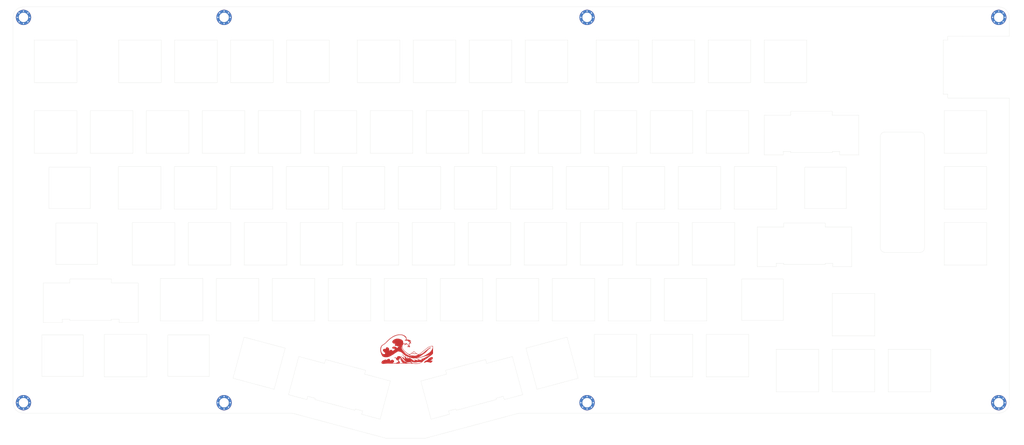
<source format=kicad_pcb>
(kicad_pcb (version 20211014) (generator pcbnew)
  (layers (0 "F.Cu" signal) (31 "B.Cu" signal) (34 "B.Paste" user) (35 "F.Paste" user) (36 "B.SilkS" user "B.Silkscreen") (37 "F.SilkS" user "F.Silkscreen") (38 "B.Mask" user) (39 "F.Mask" user) (44 "Edge.Cuts" user))
  (net 0 "")
  (net 1 "GND")
  (footprint "keyboard:MountingHole_3.2mm_M2_Pad_Via" (layer "F.Cu") (at 379.43 57.14)
    (fp_text reference "MountBaseMiddleTop7" hide)
    (fp_text value "MountingHole")
  )
  (footprint "keyboard:MountingHole_3.2mm_M2_Pad_Via" (layer "F.Cu") (at 115.831016 188.4)
    (fp_text reference "MountBaseMiddleTop4" hide)
    (fp_text value "MountingHole")
  )
  (footprint "keyboard:MountingHole_3.2mm_M2_Pad_Via" (layer "F.Cu") (at 47.57 188.4)
    (fp_text reference "MountBaseMiddleTop2" hide)
    (fp_text value "MountingHole")
  )
  (footprint "keyboard:MountingHole_3.2mm_M2_Pad_Via" (layer "F.Cu") (at 239.343984 188.4)
    (fp_text reference "MountBaseMiddleTop6" hide)
    (fp_text value "MountingHole")
  )
  (footprint "keyboard:Wave_mask" (layer "F.Cu") (at 177.9 170.92)
    (fp_text reference "LogoTopMiddleFront" hide)
    (fp_text value "LOGO" hide)
  )
  (footprint "keyboard:MountingHole_3.2mm_M2_Pad_Via" (layer "F.Cu") (at 47.57 57.14)
    (fp_text reference "MountBaseMiddleTop1" hide)
    (fp_text value "MountingHole")
  )
  (footprint "keyboard:MountingHole_3.2mm_M2_Pad_Via" (layer "F.Cu") (at 115.831016 57.14)
    (fp_text reference "MountBaseMiddleTop3" hide)
    (fp_text value "MountingHole")
  )
  (footprint "keyboard:MountingHole_3.2mm_M2_Pad_Via" (layer "F.Cu") (at 239.343984 57.14)
    (fp_text reference "MountBaseMiddleTop5" hide)
    (fp_text value "MountingHole")
  )
  (footprint "keyboard:MountingHole_3.2mm_M2_Pad_Via" (layer "F.Cu") (at 379.43 188.4)
    (fp_text reference "MountBaseMiddleTop8" hide)
    (fp_text value "MountingHole")
  )
  (gr_line (start 279.875 88.945) (end 294.375 88.945) (layer "Edge.Cuts") (width 0.05))
  (gr_circle (center 115.831016 188.4) (end 116.931016 188.4) (layer "Edge.Cuts") (width 0.05) (fill none))
  (gr_line (start 180.225 79.345) (end 180.225 64.845) (layer "Edge.Cuts") (width 0.05))
  (gr_line (start 161.175 64.845) (end 175.675 64.845) (layer "Edge.Cuts") (width 0.05))
  (gr_line (start 146.525 103.445) (end 146.525 88.945) (layer "Edge.Cuts") (width 0.05))
  (gr_line (start 251.5125 127.045) (end 251.5125 141.545) (layer "Edge.Cuts") (width 0.05))
  (gr_line (start 275.325 103.445) (end 260.825 103.445) (layer "Edge.Cuts") (width 0.05))
  (gr_line (start 360.8375 127.045) (end 375.3375 127.045) (layer "Edge.Cuts") (width 0.05))
  (gr_line (start 306.0825 160.4) (end 291.9825 160.4) (layer "Edge.Cuts") (width 0.05))
  (gr_line (start 270.35 107.995) (end 284.85 107.995) (layer "Edge.Cuts") (width 0.05))
  (gr_line (start 213.775 79.345) (end 199.275 79.345) (layer "Edge.Cuts") (width 0.05))
  (gr_line (start 89.5875 165.145) (end 89.5875 179.645) (layer "Edge.Cuts") (width 0.05))
  (gr_line (start 232.825 79.345) (end 218.325 79.345) (layer "Edge.Cuts") (width 0.05))
  (gr_line (start 260.825 88.945) (end 275.325 88.945) (layer "Edge.Cuts") (width 0.05))
  (gr_line (start 340.65625 96.195) (end 352.65625 96.195) (layer "Edge.Cuts") (width 0.05))
  (gr_line (start 179.8625 127.045) (end 194.3625 127.045) (layer "Edge.Cuts") (width 0.05))
  (gr_line (start 118.025 64.845) (end 132.525 64.845) (layer "Edge.Cuts") (width 0.05))
  (gr_line (start 322.75 102.799) (end 322.75 103.25) (layer "Edge.Cuts") (width 0.05))
  (gr_line (start 191.192298 177.358696) (end 204.811852 173.709347) (layer "Edge.Cuts") (width 0.05))
  (gr_line (start 127.6875 160.595) (end 113.1875 160.595) (layer "Edge.Cuts") (width 0.05))
  (gr_line (start 213.2 122.495) (end 213.2 107.995) (layer "Edge.Cuts") (width 0.05))
  (gr_line (start 308.65 102.799) (end 308.65 103.25) (layer "Edge.Cuts") (width 0.05))
  (gr_line (start 136.627614 169.81669) (end 132.874738 183.822614) (layer "Edge.Cuts") (width 0.05))
  (gr_line (start 383 57.14) (end 383 63.595) (layer "Edge.Cuts") (width 0.05))
  (gr_line (start 246.75 107.995) (end 246.75 122.495) (layer "Edge.Cuts") (width 0.05))
  (gr_line (start 151.575 64.845) (end 151.575 79.345) (layer "Edge.Cuts") (width 0.05))
  (gr_line (start 137.075 79.345) (end 137.075 64.845) (layer "Edge.Cuts") (width 0.05))
  (gr_line (start 156.2625 127.045) (end 156.2625 141.545) (layer "Edge.Cuts") (width 0.05))
  (gr_line (start 194.724919 190.542617) (end 194.841647 190.97825) (layer "Edge.Cuts") (width 0.05))
  (gr_line (start 137.2125 127.045) (end 137.2125 141.545) (layer "Edge.Cuts") (width 0.05))
  (gr_line (start 122.925 88.945) (end 122.925 103.445) (layer "Edge.Cuts") (width 0.05))
  (gr_line (start 103.875 88.945) (end 103.875 103.445) (layer "Edge.Cuts") (width 0.05))
  (gr_line (start 299.575 79.345) (end 299.575 64.845) (layer "Edge.Cuts") (width 0.05))
  (gr_line (start 84.6125 127.045) (end 99.1125 127.045) (layer "Edge.Cuts") (width 0.05))
  (gr_line (start 170.55 107.995) (end 170.55 122.495) (layer "Edge.Cuts") (width 0.05))
  (gr_line (start 308.65 102.799) (end 306.048 102.799) (layer "Edge.Cuts") (width 0.05))
  (gr_line (start 275.1125 127.045) (end 289.6125 127.045) (layer "Edge.Cuts") (width 0.05))
  (gr_line (start 51.275 64.845) (end 65.775 64.845) (layer "Edge.Cuts") (width 0.05))
  (gr_line (start 303.66675 140.899) (end 303.66675 142.0674) (layer "Edge.Cuts") (width 0.05))
  (gr_line (start 218.175 103.445) (end 203.675 103.445) (layer "Edge.Cuts") (width 0.05))
  (gr_line (start 270.5625 141.545) (end 256.0625 141.545) (layer "Edge.Cuts") (width 0.05))
  (gr_line (start 375.3375 103.445) (end 360.8375 103.445) (layer "Edge.Cuts") (width 0.05))
  (gr_line (start 325.352 103.9674) (end 331.83 103.9674) (layer "Edge.Cuts") (width 0.05))
  (gr_line (start 356.2875 184.695) (end 341.7875 184.695) (layer "Edge.Cuts") (width 0.05))
  (gr_line (start 261.475 79.345) (end 261.475 64.845) (layer "Edge.Cuts") (width 0.05))
  (gr_line (start 172.401539 181.017729) (end 163.631899 178.667911) (layer "Edge.Cuts") (width 0.05))
  (gr_line (start 203.8875 146.095) (end 203.8875 160.595) (layer "Edge.Cuts") (width 0.05))
  (gr_line (start 198.9125 141.545) (end 198.9125 127.045) (layer "Edge.Cuts") (width 0.05))
  (gr_line (start 170.3375 146.095) (end 184.8375 146.095) (layer "Edge.Cuts") (width 0.05))
  (gr_line (start 337.2375 151.145) (end 337.2375 165.645) (layer "Edge.Cuts") (width 0.05))
  (gr_line (start 241.9875 160.595) (end 227.4875 160.595) (layer "Edge.Cuts") (width 0.05))
  (gr_line (start 237.0125 127.045) (end 251.5125 127.045) (layer "Edge.Cuts") (width 0.05))
  (gr_line (start 150.363148 173.709347) (end 163.982702 177.358695) (layer "Edge.Cuts") (width 0.05))
  (gr_line (start 246.5375 146.095) (end 261.0375 146.095) (layer "Edge.Cuts") (width 0.05))
  (gr_line (start 65.775 64.845) (end 65.775 79.345) (layer "Edge.Cuts") (width 0.05))
  (gr_circle (center 379.43 188.4) (end 380.53 188.4) (layer "Edge.Cuts") (width 0.05) (fill none))
  (gr_line (start 360.8375 88.945) (end 375.3375 88.945) (layer "Edge.Cuts") (width 0.05))
  (gr_line (start 175.3125 141.545) (end 160.8125 141.545) (layer "Edge.Cuts") (width 0.05))
  (gr_line (start 108.6375 146.095) (end 108.6375 160.595) (layer "Edge.Cuts") (width 0.05))
  (gr_line (start 208.344473 186.893269) (end 208.461201 187.328901) (layer "Edge.Cuts") (width 0.05))
  (gr_line (start 251.3 122.495) (end 251.3 107.995) (layer "Edge.Cuts") (width 0.05))
  (gr_line (start 297.18975 128.6054) (end 306.2675 128.6054) (layer "Edge.Cuts") (width 0.05))
  (gr_line (start 306.2675 140.899) (end 303.66675 140.899) (layer "Edge.Cuts") (width 0.05))
  (gr_line (start 199.275 79.345) (end 199.275 64.845) (layer "Edge.Cuts") (width 0.05))
  (gr_line (start 189.6 107.995) (end 189.6 122.495) (layer "Edge.Cuts") (width 0.05))
  (gr_line (start 232.25 107.995) (end 246.75 107.995) (layer "Edge.Cuts") (width 0.05))
  (gr_line (start 232.4625 141.545) (end 217.9625 141.545) (layer "Edge.Cuts") (width 0.05))
  (gr_line (start 163.982702 177.358695) (end 163.631899 178.667911) (layer "Edge.Cuts") (width 0.05))
  (gr_line (start 337.2375 165.645) (end 322.7375 165.645) (layer "Edge.Cuts") (width 0.05))
  (gr_line (start 108.6375 160.595) (end 94.1375 160.595) (layer "Edge.Cuts") (width 0.05))
  (gr_line (start 246.5375 160.595) (end 246.5375 146.095) (layer "Edge.Cuts") (width 0.05))
  (gr_circle (center 239.343984 188.4) (end 240.443984 188.4) (layer "Edge.Cuts") (width 0.05) (fill none))
  (gr_line (start 306.2675 127.25) (end 306.2675 128.6054) (layer "Edge.Cuts") (width 0.05))
  (gr_line (start 170.3375 160.595) (end 170.3375 146.095) (layer "Edge.Cuts") (width 0.05))
  (gr_line (start 77.48 160.4) (end 63.38 160.4) (layer "Edge.Cuts") (width 0.05))
  (gr_line (start 118.1625 141.545) (end 103.6625 141.545) (layer "Edge.Cuts") (width 0.05))
  (gr_line (start 165.575 103.445) (end 165.575 88.945) (layer "Edge.Cuts") (width 0.05))
  (gr_arc (start 379.43 53.57) (mid 381.954371 54.615629) (end 383 57.14) (layer "Edge.Cuts") (width 0.05))
  (gr_line (start 314.075 64.845) (end 314.075 79.345) (layer "Edge.Cuts") (width 0.05))
  (gr_line (start 367 63.595) (end 379 63.595) (layer "Edge.Cuts") (width 0.05))
  (gr_line (start 132.525 64.845) (end 132.525 79.345) (layer "Edge.Cuts") (width 0.05))
  (gr_line (start 280.525 64.845) (end 295.025 64.845) (layer "Edge.Cuts") (width 0.05))
  (gr_line (start 275.325 88.945) (end 275.325 103.445) (layer "Edge.Cuts") (width 0.05))
  (gr_line (start 103.6625 141.545) (end 103.6625 127.045) (layer "Edge.Cuts") (width 0.05))
  (gr_line (start 84.825 103.445) (end 70.325 103.445) (layer "Edge.Cuts") (width 0.05))
  (gr_line (start 279.875 103.445) (end 279.875 88.945) (layer "Edge.Cuts") (width 0.05))
  (gr_line (start 320.3675 141.35) (end 306.2675 141.35) (layer "Edge.Cuts") (width 0.05))
  (gr_line (start 284.85 122.495) (end 270.35 122.495) (layer "Edge.Cuts") (width 0.05))
  (gr_line (start 194.725 64.845) (end 194.725 79.345) (layer "Edge.Cuts") (width 0.05))
  (gr_line (start 375.3375 122.495) (end 360.8375 122.495) (layer "Edge.Cuts") (width 0.05))
  (gr_line (start 251.5125 141.545) (end 237.0125 141.545) (layer "Edge.Cuts") (width 0.05))
  (gr_line (start 289.6125 141.545) (end 275.1125 141.545) (layer "Edge.Cuts") (width 0.05))
  (gr_line (start 294.375 103.445) (end 279.875 103.445) (layer "Edge.Cuts") (width 0.05))
  (gr_line (start 144.317188 186.219821) (end 144.014783 187.348409) (layer "Edge.Cuts") (width 0.05))
  (gr_line (start 77.48 159.949) (end 80.08325 159.949) (layer "Edge.Cuts") (width 0.05))
  (gr_line (start 146.830527 186.893268) (end 144.317188 186.219821) (layer "Edge.Cuts") (width 0.05))
  (gr_line (start 122.925 103.445) (end 108.425 103.445) (layer "Edge.Cuts") (width 0.05))
  (gr_circle (center 239.343984 57.14) (end 240.943984 57.14) (layer "Edge.Cuts") (width 0.05) (fill none))
  (gr_line (start 194.3625 127.045) (end 194.3625 141.545) (layer "Edge.Cuts") (width 0.05))
  (gr_circle (center 47.57 57.14) (end 48.67 57.14) (layer "Edge.Cuts") (width 0.05) (fill none))
  (gr_line (start 322.7375 165.645) (end 322.7375 151.145) (layer "Edge.Cuts") (width 0.05))
  (gr_line (start 58.62 127.25) (end 72.72 127.25) (layer "Edge.Cuts") (width 0.05))
  (gr_line (start 146.7375 146.095) (end 146.7375 160.595) (layer "Edge.Cuts") (width 0.05))
  (gr_line (start 184.8375 160.595) (end 170.3375 160.595) (layer "Edge.Cuts") (width 0.05))
  (gr_line (start 137.075 64.845) (end 151.575 64.845) (layer "Edge.Cuts") (width 0.05))
  (gr_line (start 280.0875 146.095) (end 280.0875 160.595) (layer "Edge.Cuts") (width 0.05))
  (gr_line (start 360.513 77.845) (end 360.513 70.345) (layer "Edge.Cuts") (width 0.05))
  (gr_line (start 103.6625 127.045) (end 118.1625 127.045) (layer "Edge.Cuts") (width 0.05))
  (gr_line (start 53.86 165.35) (end 67.96 165.35) (layer "Edge.Cuts") (width 0.05))
  (gr_line (start 122.7125 127.045) (end 137.2125 127.045) (layer "Edge.Cuts") (width 0.05))
  (gr_line (start 161.175 79.345) (end 161.175 64.845) (layer "Edge.Cuts") (width 0.05))
  (gr_line (start 379 84.595) (end 383 84.595) (layer "Edge.Cuts") (width 0.05))
  (gr_line (start 65.775 79.345) (end 51.275 79.345) (layer "Edge.Cuts") (width 0.05))
  (gr_line (start 141.975 103.445) (end 127.475 103.445) (layer "Edge.Cuts") (width 0.05))
  (gr_line (start 280.525 79.345) (end 280.525 64.845) (layer "Edge.Cuts") (width 0.05))
  (gr_line (start 203.675 88.945) (end 218.175 88.945) (layer "Edge.Cuts") (width 0.05))
  (gr_line (start 306.048 103.9674) (end 299.57 103.9674) (layer "Edge.Cuts") (width 0.05))
  (gr_line (start 203.675 103.445) (end 203.675 88.945) (layer "Edge.Cuts") (width 0.05))
  (gr_line (start 261.475 64.845) (end 275.975 64.845) (layer "Edge.Cuts") (width 0.05))
  (gr_line (start 270.5625 127.045) (end 270.5625 141.545) (layer "Edge.Cuts") (width 0.05))
  (gr_line (start 63.38 146.3) (end 77.48 146.3) (layer "Edge.Cuts") (width 0.05))
  (gr_line (start 156.2625 141.545) (end 141.7625 141.545) (layer "Edge.Cuts") (width 0.05))
  (gr_line (start 160.8125 127.045) (end 175.3125 127.045) (layer "Edge.Cuts") (width 0.05))
  (gr_line (start 151.5 107.995) (end 151.5 122.495) (layer "Edge.Cuts") (width 0.05))
  (gr_circle (center 115.831016 57.14) (end 117.431016 57.14) (layer "Edge.Cuts") (width 0.05) (fill none))
  (gr_line (start 375.3375 127.045) (end 375.3375 141.545) (layer "Edge.Cuts") (width 0.05))
  (gr_line (start 175.675 79.345) (end 161.175 79.345) (layer "Edge.Cuts") (width 0.05))
  (gr_line (start 337.2375 184.695) (end 322.7375 184.695) (layer "Edge.Cuts") (width 0.05))
  (gr_line (start 141.7625 127.045) (end 156.2625 127.045) (layer "Edge.Cuts") (width 0.05))
  (gr_line (start 227.7 122.495) (end 213.2 122.495) (layer "Edge.Cuts") (width 0.05))
  (gr_line (start 299.57 103.9674) (end 299.571 90.5054) (layer "Edge.Cuts") (width 0.05))
  (gr_line (start 236.306186 180.069738) (end 222.300262 183.822614) (layer "Edge.Cuts") (width 0.05))
  (gr_line (start 379 63.595) (end 383 63.595) (layer "Edge.Cuts") (width 0.05))
  (gr_line (start 72.72 141.35) (end 58.62 141.35) (layer "Edge.Cuts") (width 0.05))
  (gr_line (start 222.9375 160.595) (end 208.4375 160.595) (layer "Edge.Cuts") (width 0.05))
  (gr_line (start 294.375 179.645) (end 279.875 179.645) (layer "Edge.Cuts") (width 0.05))
  (gr_line (start 175.1 107.995) (end 189.6 107.995) (layer "Edge.Cuts") (width 0.05))
  (gr_line (start 113.4 122.495) (end 98.9 122.495) (layer "Edge.Cuts") (width 0.05))
  (gr_line (start 375.3375 88.945) (end 375.3375 103.445) (layer "Edge.Cuts") (width 0.05))
  (gr_line (start 297.18875 142.0674) (end 297.18975 128.6054) (layer "Edge.Cuts") (width 0.05))
  (gr_line (start 144.014783 187.348409) (end 137.757516 185.671779) (layer "Edge.Cuts") (width 0.05))
  (gr_line (start 256.275 103.445) (end 241.775 103.445) (layer "Edge.Cuts") (width 0.05))
  (gr_line (start 58.62 141.35) (end 58.62 127.25) (layer "Edge.Cuts") (width 0.05))
  (gr_line (start 203.8875 160.595) (end 189.3875 160.595) (layer "Edge.Cuts") (width 0.05))
  (gr_line (start 208.461201 187.328901) (end 194.841647 190.97825) (layer "Edge.Cuts") (width 0.05))
  (gr_line (start 232.25 122.495) (end 232.25 107.995) (layer "Edge.Cuts") (width 0.05))
  (gr_line (start 108.425 103.445) (end 108.425 88.945) (layer "Edge.Cuts") (width 0.05))
  (gr_line (start 265.5875 160.595) (end 265.5875 146.095) (layer "Edge.Cuts") (width 0.05))
  (gr_line (start 222.725 103.445) (end 222.725 88.945) (layer "Edge.Cuts") (width 0.05))
  (gr_line (start 295.025 64.845) (end 295.025 79.345) (layer "Edge.Cuts") (width 0.05))
  (gr_line (start 211.160217 187.348409) (end 217.417484 185.671779) (layer "Edge.Cuts") (width 0.05))
  (gr_line (start 137.757516 185.671779) (end 141.242704 172.668744) (layer "Edge.Cuts") (width 0.05))
  (gr_line (start 322.75 103.25) (end 308.65 103.25) (layer "Edge.Cuts") (width 0.05))
  (gr_line (start 291.9825 160.4) (end 291.9825 146.3) (layer "Edge.Cuts") (width 0.05))
  (gr_line (start 360.513 77.845) (end 360.513 83.345) (layer "Edge.Cuts") (width 0.05))
  (gr_line (start 141.242704 172.668744) (end 150.012344 175.018562) (layer "Edge.Cuts") (width 0.05))
  (gr_line (start 63.38 159.949) (end 60.77925 159.949) (layer "Edge.Cuts") (width 0.05))
  (gr_line (start 51.275 88.945) (end 65.775 88.945) (layer "Edge.Cuts") (width 0.05))
  (gr_line (start 160.450081 190.542617) (end 162.96342 191.216064) (layer "Edge.Cuts") (width 0.05))
  (gr_line (start 113.475 64.845) (end 113.475 79.345) (layer "Edge.Cuts") (width 0.05))
  (gr_line (start 318.1875 184.695) (end 303.6875 184.695) (layer "Edge.Cuts") (width 0.05))
  (gr_arc (start 352.656251 96.194999) (mid 353.716928 96.634337) (end 354.156252 97.695) (layer "Edge.Cuts") (width 0.05))
  (gr_line (start 191.192298 177.358696) (end 191.543101 178.667911) (layer "Edge.Cuts") (width 0.05))
  (gr_line (start 261.0375 160.595) (end 246.5375 160.595) (layer "Edge.Cuts") (width 0.05))
  (gr_line (start 260.825 103.445) (end 260.825 88.945) (layer "Edge.Cuts") (width 0.05))
  (gr_line (start 60.77925 161.1174) (end 54.30125 161.1174) (layer "Edge.Cuts") (width 0.05))
  (gr_circle (center 379.43 188.4) (end 381.03 188.4) (layer "Edge.Cuts") (width 0.05) (fill none))
  (gr_line (start 113.475 79.345) (end 98.975 79.345) (layer "Edge.Cuts") (width 0.05))
  (gr_arc (start 354.15625 135.695) (mid 353.716893 136.755627) (end 352.656251 137.194999) (layer "Edge.Cuts") (width 0.05))
  (gr_line (start 213.4125 141.545) (end 198.9125 141.545) (layer "Edge.Cuts") (width 0.05))
  (gr_line (start 303.9 107.995) (end 303.9 122.495) (layer "Edge.Cuts") (width 0.05))
  (gr_line (start 241.775 103.445) (end 241.775 88.945) (layer "Edge.Cuts") (width 0.05))
  (gr_line (start 117.95 122.495) (end 117.95 107.995) (layer "Edge.Cuts") (width 0.05))
  (gr_line (start 170.55 122.495) (end 156.05 122.495) (layer "Edge.Cuts") (width 0.05))
  (gr_line (start 122.62169 166.063814) (end 136.627614 169.81669) (layer "Edge.Cuts") (width 0.05))
  (gr_line (start 314.075 79.345) (end 299.575 79.345) (layer "Edge.Cuts") (width 0.05))
  (gr_circle (center 47.57 188.4) (end 48.67 188.4) (layer "Edge.Cuts") (width 0.05) (fill none))
  (gr_line (start 360.8375 107.995) (end 375.3375 107.995) (layer "Edge.Cuts") (width 0.05))
  (gr_line (start 299.571 90.5054) (end 308.65 90.5054) (layer "Edge.Cuts") (width 0.05))
  (gr_line (start 383 84.595) (end 383 188.4) (layer "Edge.Cuts") (width 0.05))
  (gr_line (start 208.4375 160.595) (end 208.4375 146.095) (layer "Edge.Cuts") (width 0.05))
  (gr_line (start 256.925 79.345) (end 242.425 79.345) (layer "Edge.Cuts") (width 0.05))
  (gr_line (start 99.1125 127.045) (end 99.1125 141.545) (layer "Edge.Cuts") (width 0.05))
  (gr_line (start 222.300262 183.822614) (end 218.547386 169.81669) (layer "Edge.Cuts") (width 0.05))
  (gr_line (start 360.8375 141.545) (end 360.8375 127.045) (layer "Edge.Cuts") (width 0.05))
  (gr_line (start 96.7225 179.45) (end 96.7225 165.35) (layer "Edge.Cuts") (width 0.05))
  (gr_line (start 108.425 88.945) (end 122.925 88.945) (layer "Edge.Cuts") (width 0.05))
  (gr_line (start 53.86 179.45) (end 53.86 165.35) (layer "Edge.Cuts") (width 0.05))
  (gr_line (start 84.6125 141.545) (end 84.6125 127.045) (layer "Edge.Cuts") (width 0.05))
  (gr_line (start 63.38 146.3) (end 63.38 147.6554) (layer "Edge.Cuts") (width 0.05))
  (gr_line (start 329.44875 142.0674) (end 329.44775 128.6054) (layer "Edge.Cuts") (width 0.05))
  (gr_line (start 175.675 64.845) (end 175.675 79.345) (layer "Edge.Cuts") (width 0.05))
  (gr_line (start 279.875 179.645) (end 279.875 165.145) (layer "Edge.Cuts") (width 0.05))
  (gr_line (start 303.6875 170.195) (end 318.1875 170.195) (layer "Edge.Cuts") (width 0.05))
  (gr_line (start 156.05 122.495) (end 156.05 107.995) (layer "Edge.Cuts") (width 0.05))
  (gr_line (start 194.15 122.495) (end 194.15 107.995) (layer "Edge.Cuts") (width 0.05))
  (gr_line (start 237.225 88.945) (end 237.225 103.445) (layer "Edge.Cuts") (width 0.05))
  (gr_line (start 289.4 107.995) (end 303.9 107.995) (layer "Edge.Cuts") (width 0.05))
  (gr_line (start 192.21158 191.216064) (end 192.513984 192.344652) (layer "Edge.Cuts") (width 0.05))
  (gr_line (start 56.24 122.3) (end 56.24 108.2) (layer "Edge.Cuts") (width 0.05))
  (gr_line (start 256.275 179.645) (end 241.775 179.645) (layer "Edge.Cuts") (width 0.05))
  (gr_line (start 242.425 79.345) (end 242.425 64.845) (layer "Edge.Cuts") (width 0.05))
  (gr_line (start 367 84.595) (end 362.113 84.595) (layer "Edge.Cuts") (width 0.05))
  (gr_line (start 216.138543 191.97) (end 379.43 191.97) (layer "Edge.Cuts") (width 0.05))
  (gr_line (start 320.3675 127.25) (end 320.3675 128.6054) (layer "Edge.Cuts") (width 0.05))
  (gr_line (start 127.475 88.945) (end 141.975 88.945) (layer "Edge.Cuts") (width 0.05))
  (gr_line (start 303.66675 142.0674) (end 297.18875 142.0674) (layer "Edge.Cuts") (width 0.05))
  (gr_line (start 367 84.595) (end 379 84.595) (layer "Edge.Cuts") (width 0.05))
  (gr_line (start 170.75857 200.469915) (end 184.41643 200.469915) (layer "Edge.Cuts") (width 0.05))
  (gr_line (start 322.7375 184.695) (end 322.7375 170.195) (layer "Edge.Cuts") (width 0.05))
  (gr_line (start 352.65625 137.195) (end 340.65625 137.195) (layer "Edge.Cuts") (width 0.05))
  (gr_line (start 79.85 107.995) (end 94.35 107.995) (layer "Edge.Cuts") (width 0.05))
  (gr_circle (center 47.57 188.4) (end 49.17 188.4) (layer "Edge.Cuts") (width 0.05) (fill none))
  (gr_line (start 331.829 90.5054) (end 322.75 90.5054) (layer "Edge.Cuts") (width 0.05))
  (gr_line (start 337.2375 170.195) (end 337.2375 184.695) (layer "Edge.Cuts") (width 0.05))
  (gr_line (start 275.975 79.345) (end 261.475 79.345) (layer "Edge.Cuts") (width 0.05))
  (gr_line (start 213.2 107.995) (end 227.7 107.995) (layer "Edge.Cuts") (width 0.05))
  (gr_line (start 299.575 64.845) (end 314.075 64.845) (layer "Edge.Cuts") (width 0.05))
  (gr_line (start 241.9875 146.095) (end 241.9875 160.595) (layer "Edge.Cuts") (width 0.05))
  (gr_line (start 132.45 122.495) (end 117.95 122.495) (layer "Edge.Cuts") (width 0.05))
  (gr_line (start 165.7875 160.595) (end 151.2875 160.595) (layer "Edge.Cuts") (width 0.05))
  (gr_line (start 356.2875 170.195) (end 356.2875 184.695) (layer "Edge.Cuts") (width 0.05))
  (gr_line (start 141.975 88.945) (end 141.975 103.445) (layer "Edge.Cuts") (width 0.05))
  (gr_line (start 127.6875 146.095) (end 127.6875 160.595) (layer "Edge.Cuts") (width 0.05))
  (gr_line (start 331.83 103.9674) (end 331.829 90.5054) (layer "Edge.Cuts") (width 0.05))
  (gr_line (start 70.325 88.945) (end 84.825 88.945) (layer "Edge.Cuts") (width 0.05))
  (gr_line (start 322.97075 142.0674) (end 329.44875 142.0674) (layer "Edge.Cuts") (width 0.05))
  (gr_line (start 89.375 103.445) (end 89.375 88.945) (layer "Edge.Cuts") (width 0.05))
  (gr_line (start 208.65 122.495) (end 194.15 122.495) (layer "Edge.Cuts") (width 0.05))
  (gr_line (start 354.15625 97.695) (end 354.15625 135.695) (layer "Edge.Cuts") (width 0.05))
  (gr_line (start 241.775 88.945) (end 256.275 88.945) (layer "Edge.Cuts") (width 0.05))
  (gr_line (start 51.275 103.445) (end 51.275 88.945) (layer "Edge.Cuts") (width 0.05))
  (gr_line (start 77.48 159.949) (end 77.48 160.4) (layer "Edge.Cuts") (width 0.05))
  (gr_line (start 86.56025 147.6554) (end 77.48 147.6554) (layer "Edge.Cuts") (width 0.05))
  (gr_circle (center 379.43 57.14) (end 381.03 57.14) (layer "Edge.Cuts") (width 0.05) (fill none))
  (gr_line (start 362.113 83.345) (end 360.513 83.345) (layer "Edge.Cuts") (width 0.05))
  (gr_arc (start 383 188.4) (mid 381.954371 190.924371) (end 379.43 191.97) (layer "Edge.Cuts") (width 0.05))
  (gr_line (start 137.2125 141.545) (end 122.7125 141.545) (layer "Edge.Cuts") (width 0.05))
  (gr_line (start 99.1125 141.545) (end 84.6125 141.545) (layer "Edge.Cuts") (width 0.05))
  (gr_line (start 47.57 53.57) (end 379.43 53.57) (layer "Edge.Cuts") (width 0.05))
  (gr_line (start 204.811852 173.709347) (end 205.162656 175.018563) (layer "Edge.Cuts") (width 0.05))
  (gr_line (start 289.4 122.495) (end 289.4 107.995) (layer "Edge.Cuts") (width 0.05))
  (gr_line (start 139.036457 191.97) (end 170.75857 200.469915) (layer "Edge.Cuts") (width 0.05))
  (gr_line (start 241.775 165.145) (end 256.275 165.145) (layer "Edge.Cuts") (width 0.05))
  (gr_line (start 306.2675 140.899) (end 306.2675 141.35) (layer "Edge.Cuts") (width 0.05))
  (gr_line (start 322.75 102.799) (end 325.352 102.799) (layer "Edge.Cuts") (width 0.05))
  (gr_line (start 118.1625 127.045) (end 118.1625 141.545) (layer "Edge.Cuts") (width 0.05))
  (gr_line (start 132.2375 146.095) (end 146.7375 146.095) (layer "Edge.Cuts") (width 0.05))
  (gr_line (start 275.325 179.645) (end 260.825 179.645) (layer "Edge.Cuts") (width 0.05))
  (gr_line (start 217.417484 185.671779) (end 213.932296 172.668745) (layer "Edge.Cuts") (width 0.05))
  (gr_line (start 180.225 64.845) (end 194.725 64.845) (layer "Edge.Cuts") (width 0.05))
  (gr_line (start 60.77925 159.949) (end 60.77925 161.1174) (layer "Edge.Cuts") (width 0.05))
  (gr_line (start 94.35 107.995) (end 94.35 122.495) (layer "Edge.Cuts") (width 0.05))
  (gr_line (start 117.95 107.995) (end 132.45 107.995) (layer "Edge.Cuts") (width 0.05))
  (gr_line (start 80.08325 161.1174) (end 86.56125 161.1174) (layer "Edge.Cuts") (width 0.05))
  (gr_line (start 70.34 108.2) (end 70.34 122.3) (layer "Edge.Cuts") (width 0.05))
  (gr_line (start 213.4125 127.045) (end 213.4125 141.545) (layer "Edge.Cuts") (width 0.05))
  (gr_line (start 303.9 122.495) (end 289.4 122.495) (layer "Edge.Cuts") (width 0.05))
  (gr_line (start 179.8625 141.545) (end 179.8625 127.045) (layer "Edge.Cuts") (width 0.05))
  (gr_line (start 156.05 107.995) (end 170.55 107.995) (layer "Edge.Cuts") (width 0.05))
  (gr_circle (center 239.343984 188.4) (end 240.943984 188.4) (layer "Edge.Cuts") (width 0.05) (fill none))
  (gr_line (start 146.830527 186.893268) (end 146.713799 187.328901) (layer "Edge.Cuts") (width 0.05))
  (gr_line (start 360.513 70.345) (end 360.513 64.845) (layer "Edge.Cuts") (width 0.05))
  (gr_line (start 127.475 103.445) (end 127.475 88.945) (layer "Edge.Cuts") (width 0.05))
  (gr_line (start 232.825 64.845) (end 232.825 79.345) (layer "Edge.Cuts") (width 0.05))
  (gr_line (start 98.9 122.495) (end 98.9 107.995) (layer "Edge.Cuts") (width 0.05))
  (gr_circle (center 115.831016 188.4) (end 117.431016 188.4) (layer "Edge.Cuts") (width 0.05) (fill none))
  (gr_arc (start 44 57.14) (mid 45.045629 54.615629) (end 47.57 53.57) (layer "Edge.Cuts") (width 0.05))
  (gr_line (start 294.375 165.145) (end 294.375 179.645) (layer "Edge.Cuts") (width 0.05))
  (gr_line (start 265.5875 146.095) (end 280.0875 146.095) (layer "Edge.Cuts") (width 0.05))
  (gr_line (start 222.725 88.945) (end 237.225 88.945) (layer "Edge.Cuts") (width 0.05))
  (gr_line (start 63.38 159.949) (end 63.38 160.4) (layer "Edge.Cuts") (width 0.05))
  (gr_line (start 168.918283 194.021281) (end 172.401539 181.017729) (layer "Edge.Cuts") (width 0.05))
  (gr_line (start 362.113 83.345) (end 362.113 84.595) (layer "Edge.Cuts") (width 0.05))
  (gr_line (start 232.4625 127.045) (end 232.4625 141.545) (layer "Edge.Cuts") (width 0.05))
  (gr_line (start 194.725 79.345) (end 180.225 79.345) (layer "Edge.Cuts") (width 0.05))
  (gr_line (start 360.8375 103.445) (end 360.8375 88.945) (layer "Edge.Cuts") (width 0.05))
  (gr_line (start 246.75 122.495) (end 232.25 122.495) (layer "Edge.Cuts") (width 0.05))
  (gr_line (start 151.2875 146.095) (end 165.7875 146.095) (layer "Edge.Cuts") (width 0.05))
  (gr_line (start 110.8225 179.45) (end 96.7225 179.45) (layer "Edge.Cuts") (width 0.05))
  (gr_line (start 84.825 88.945) (end 84.825 103.445) (layer "Edge.Cuts") (width 0.05))
  (gr_line (start 213.775 64.845) (end 213.775 79.345) (layer "Edge.Cuts") (width 0.05))
  (gr_line (start 192.513984 192.344652) (end 186.256717 194.021282) (layer "Edge.Cuts") (width 0.05))
  (gr_line (start 132.2375 160.595) (end 132.2375 146.095) (layer "Edge.Cuts") (width 0.05))
  (gr_line (start 325.352 103.9674) (end 325.352 102.799) (layer "Edge.Cuts") (width 0.05))
  (gr_line (start 141.7625 141.545) (end 141.7625 127.045) (layer "Edge.Cuts") (width 0.05))
  (gr_line (start 79.925 64.845) (end 94.425 64.845) (layer "Edge.Cuts") (width 0.05))
  (gr_line (start 375.3375 107.995) (end 375.3375 122.495) (layer "Edge.Cuts") (width 0.05))
  (gr_line (start 208.4375 146.095) (end 222.9375 146.095) (layer "Edge.Cuts") (width 0.05))
  (gr_line (start 72.72 127.25) (end 72.72 141.35) (layer "Edge.Cuts") (width 0.05))
  (gr_line (start 184.41643 200.469915) (end 216.138543 191.97) (layer "Edge.Cuts") (width 0.05))
  (gr_line (start 218.175 88.945) (end 218.175 103.445) (layer "Edge.Cuts") (width 0.05))
  (gr_line (start 256.0625 141.545) (end 256.0625 127.045) (layer "Edge.Cuts") (width 0.05))
  (gr_arc (start 339.15625 97.695) (mid 339.595607 96.63437) (end 340.656252 96.195) (layer "Edge.Cuts") (width 0.05))
  (gr_line (start 227.4875 146.095) (end 241.9875 146.095) (layer "Edge.Cuts") (width 0.05))
  (gr_line (start 165.575 88.945) (end 180.075 88.945) (layer "Edge.Cuts") (width 0.05))
  (gr_line (start 289.6125 127.045) (end 289.6125 141.545) (layer "Edge.Cuts") (width 0.05))
  (gr_line (start 122.7125 141.545) (end 122.7125 127.045) (layer "Edge.Cuts") (width 0.05))
  (gr_line (start 86.56125 161.1174) (end 86.56025 147.6554) (layer "Edge.Cuts") (width 0.05))
  (gr_line (start 256.925 64.845) (end 256.925 79.345) (layer "Edge.Cuts") (width 0.05))
  (gr_line (start 79.85 122.495) (end 79.85 107.995) (layer "Edge.Cuts") (width 0.05))
  (gr_line (start 306.048 102.799) (end 306.048 103.9674) (layer "Edge.Cuts") (width 0.05))
  (gr_line (start 89.375 88.945) (end 103.875 88.945) (layer "Edge.Cuts") (width 0.05))
  (gr_line (start 320.3675 140.899) (end 322.97075 140.899) (layer "Edge.Cuts") (width 0.05))
  (gr_line (start 150.363148 173.709347) (end 150.012344 175.018562) (layer "Edge.Cuts") (width 0.05))
  (gr_line (start 186.256717 194.021282) (end 182.773461 181.017729) (layer "Edge.Cuts") (width 0.05))
  (gr_line (start 275.975 64.845) (end 275.975 79.345) (layer "Edge.Cuts") (width 0.05))
  (gr_line (start 256.275 165.145) (end 256.275 179.645) (layer "Edge.Cuts") (width 0.05))
  (gr_line (start 260.825 179.645) (end 260.825 165.145) (layer "Edge.Cuts") (width 0.05))
  (gr_line (start 65.775 103.445) (end 51.275 103.445) (layer "Edge.Cuts") (width 0.05))
  (gr_line (start 184.8375 146.095) (end 184.8375 160.595) (layer "Edge.Cuts") (width 0.05))
  (gr_line (start 89.5875 179.645) (end 75.0875 179.645) (layer "Edge.Cuts") (width 0.05))
  (gr_line (start 242.425 64.845) (end 256.925 64.845) (layer "Edge.Cuts") (width 0.05))
  (gr_line (start 199.125 88.945) (end 199.125 103.445) (layer "Edge.Cuts") (width 0.05))
  (gr_line (start 139.036457 191.97) (end 47.57 191.97) (layer "Edge.Cuts") (width 0.05))
  (gr_line (start 56.24 108.2) (end 70.34 108.2) (layer "Edge.Cuts") (width 0.05))
  (gr_line (start 295.025 79.345) (end 280.525 79.345) (layer "Edge.Cuts") (width 0.05))
  (gr_arc (start 47.57 191.97) (mid 45.045629 190.924371) (end 44 188.4) (layer "Edge.Cuts") (width 0.05))
  (gr_line (start 375.3375 141.545) (end 360.8375 141.545) (layer "Edge.Cuts") (width 0.05))
  (gr_line (start 260.825 165.145) (end 275.325 165.145) (layer "Edge.Cuts") (width 0.05))
  (gr_line (start 256.0625 127.045) (end 270.5625 127.045) (layer "Edge.Cuts") (width 0.05))
  (gr_line (start 318.1875 170.195) (end 318.1875 184.695) (layer "Edge.Cuts") (width 0.05))
  (gr_circle (center 379.43 57.14) (end 380.53 57.14) (layer "Edge.Cuts") (width 0.05) (fill none))
  (gr_line (start 208.65 107.995) (end 208.65 122.495) (layer "Edge.Cuts") (width 0.05))
  (gr_line (start 306.2675 127.25) (end 320.3675 127.25) (layer "Edge.Cuts") (width 0.05))
  (gr_line (start 79.925 79.345) (end 79.925 64.845) (layer "Edge.Cuts") (width 0.05))
  (gr_line (start 65.775 88.945) (end 65.775 103.445) (layer "Edge.Cuts") (width 0.05))
  (gr_line (start 137 107.995) (end 151.5 107.995) (layer "Edge.Cuts") (width 0.05))
  (gr_line (start 98.9 107.995) (end 113.4 107.995) (layer "Edge.Cuts") (width 0.05))
  (gr_line (start 132.525 79.345) (end 118.025 79.345) (layer "Edge.Cuts") (width 0.05))
  (gr_line (start 118.025 79.345) (end 118.025 64.845) (layer "Edge.Cuts") (width 0.05))
  (gr_line (start 161.025 103.445) (end 146.525 103.445) (layer "Edge.Cuts") (width 0.05))
  (gr_line (start 194.15 107.995) (end 208.65 107.995) (layer "Edge.Cuts") (width 0.05))
  (gr_line (start 227.7 107.995) (end 227.7 122.495) (layer "Edge.Cuts") (width 0.05))
  (gr_line (start 251.3 107.995) (end 265.8 107.995) (layer "Edge.Cuts") (width 0.05))
  (gr_line (start 67.96 179.45) (end 53.86 179.45) (layer "Edge.Cuts") (width 0.05))
  (gr_line (start 284.85 107.995) (end 284.85 122.495) (layer "Edge.Cuts") (width 0.05))
  (gr_line (start 189.3875 146.095) (end 203.8875 146.095) (layer "Edge.Cuts") (width 0.05))
  (gr_line (start 360.8375 122.495) (end 360.8375 107.995) (layer "Edge.Cuts") (width 0.05))
  (gr_line (start 44 188.4) (end 44 57.14) (layer "Edge.Cuts") (width 0.05))
  (gr_arc (start 340.656251 137.194999) (mid 339.595574 136.755662) (end 339.156252 135.695) (layer "Edge.Cuts") (width 0.05))
  (gr_line (start 182.773461 181.017729) (end 191.543101 178.667911) (layer "Edge.Cuts") (width 0.05))
  (gr_line (start 322.7375 170.195) (end 337.2375 170.195) (layer "Edge.Cuts") (width 0.05))
  (gr_line (start 94.1375 160.595) (end 94.1375 146.095) (layer "Edge.Cuts") (width 0.05))
  (gr_line (start 162.661016 192.344652) (end 162.96342 191.216064) (layer "Edge.Cuts") (width 0.05))
  (gr_line (start 222.9375 146.095) (end 222.9375 160.595) (layer "Edge.Cuts") (width 0.05))
  (gr_line (start 151.575 79.345) (end 137.075 79.345) (layer "Edge.Cuts") (width 0.05))
  (gr_line (start 199.125 103.445) (end 184.625 103.445) (layer "Edge.Cuts") (width 0.05))
  (gr_line (start 275.1125 141.545) (end 275.1125 127.045) (layer "Edge.Cuts") (width 0.05))
  (gr_line (start 113.1875 160.595) (end 113.1875 146.095) (layer "Edge.Cuts") (width 0.05))
  (gr_line (start 237.225 103.445) (end 222.725 103.445) (layer "Edge.Cuts") (width 0.05))
  (gr_line (start 54.30125 161.1174) (end 54.30225 147.6554) (layer "Edge.Cuts") (width 0.05))
  (gr_line (start 291.9825 146.3) (end 306.0825 146.3) (layer "Edge.Cuts") (width 0.05))
  (gr_line (start 118.868814 180.069738) (end 122.62169 166.063814) (layer "Edge.Cuts") (width 0.05))
  (gr_line (start 94.1375 146.095) (end 108.6375 146.095) (layer "Edge.Cuts") (width 0.05))
  (gr_line (start 275.325 165.145) (end 275.325 179.645) (layer "Edge.Cuts") (width 0.05))
  (gr_line (start 162.661016 192.344652) (end 168.918283 194.021281) (layer "Edge.Cuts") (width 0.05))
  (gr_line (start 137 122.495) (end 137 107.995) (layer "Edge.Cuts") (width 0.05))
  (gr_line (start 161.025 88.945) (end 161.025 103.445) (layer "Edge.Cuts") (width 0.05))
  (gr_line (start 327.515 122.3) (end 313.415 122.3) (layer "Edge.Cuts") (width 0.05))
  (gr_line (start 77.48 146.3) (end 77.48 147.6554) (layer "Edge.Cuts") (width 0.05))
  (gr_line (start 341.7875 184.695) (end 341.7875 170.195) (layer "Edge.Cuts") (width 0.05))
  (gr_line (start 184.625 103.445) (end 184.625 88.945) (layer "Edge.Cuts") (width 0.05))
  (gr_line (start 199.275 64.845) (end 213.775 64.845) (layer "Edge.Cuts") (width 0.05))
  (gr_line (start 208.344473 186.893269) (end 210.857812 186.219821) (layer "Edge.Cuts") (width 0.05))
  (gr_line (start 94.35 122.495) (end 79.85 122.495) (layer "Edge.Cuts") (width 0.05))
  (gr_line (start 98.975 79.345) (end 98.975 64.845) (layer "Edge.Cuts") (width 0.05))
  (gr_line (start 213.932296 172.668745) (end 205.162656 175.018563) (layer "Edge.Cuts") (width 0.05))
  (gr_line (start 94.425 79.345) (end 79.925 79.345) (layer "Edge.Cuts") (width 0.05))
  (gr_line (start 98.975 64.845) (end 113.475 64.845) (layer "Edge.Cuts") (width 0.05))
  (gr_line (start 256.275 88.945) (end 256.275 103.445) (layer "Edge.Cuts") (width 0.05))
  (gr_line (start 160.333353 190.978249) (end 146.713799 187.328901) (layer "Edge.Cuts") (width 0.05))
  (gr_line (start 54.30225 147.6554) (end 63.38 147.6554) (layer "Edge.Cuts") (width 0.05))
  (gr_line (start 360.513 64.845) (end 362.113 64.845) (layer "Edge.Cuts") (width 0.05))
  (gr_line (start 218.325 79.345) (end 218.325 64.845) (layer "Edge.Cuts") (width 0.05))
  (gr_line (start 113.4 107.995) (end 113.4 122.495) (layer "Edge.Cuts") (width 0.05))
  (gr_line (start 279.875 165.145) (end 294.375 165.145) (layer "Edge.Cuts") (width 0.05))
  (gr_line (start 265.8 107.995) (end 265.8 122.495) (layer "Edge.Cuts") (width 0.05))
  (gr_line (start 75.0875 165.145) (end 89.5875 165.145) (layer "Edge.Cuts") (width 0.05))
  (gr_line (start 189.3875 160.595) (end 189.3875 146.095) (layer "Edge.Cuts") (width 0.05))
  (gr_line (start 113.1875 146.095) (end 127.6875 146.095) (layer "Edge.Cuts") (width 0.05))
  (gr_line (start 341.7875 170.195) (end 356.2875 170.195) (layer "Edge.Cuts") (width 0.05))
  (gr_line (start 94.425 64.845) (end 94.425 79.345) (layer "Edge.Cuts") (width 0.05))
  (gr_line (start 75.0875 179.645) (end 75.0875 165.145) (layer "Edge.Cuts") (width 0.05))
  (gr_line (start 329.44775 128.6054) (end 320.3675 128.6054) (layer "Edge.Cuts") (width 0.05))
  (gr_line (start 322.75 89.15) (end 322.75 90.5054) (layer "Edge.Cuts") (width 0.05))
  (gr_line (start 232.55331 166.063814) (end 236.306186 180.069738) (layer "Edge.Cuts") (width 0.05))
  (gr_line (start 313.415 122.3) (end 313.415 108.2) (layer "Edge.Cuts") (width 0.05))
  (gr_circle (center 115.831016 57.14) (end 116.931016 57.14) (layer "Edge.Cuts") (width 0.05) (fill none))
  (gr_line (start 184.625 88.945) (end 199.125 88.945) (layer "Edge.Cuts") (width 0.05))
  (gr_line (start 146.525 88.945) (end 161.025 88.945) (layer "Edge.Cuts") (width 0.05))
  (gr_line (start 217.9625 141.545) (end 217.9625 127.045) (layer "Edge.Cuts") (width 0.05))
  (gr_line (start 313.415 108.2) (end 327.515 108.2) (layer "Edge.Cuts") (width 0.05))
  (gr_line (start 261.0375 146.095) (end 261.0375 160.595) (layer "Edge.Cuts") (width 0.05))
  (gr_line (start 132.874738 183.822614) (end 118.868814 180.069738) (layer "Edge.Cuts") (width 0.05))
  (gr_line (start 322.97075 142.0674) (end 322.97075 140.899) (layer "Edge.Cuts") (width 0.05))
  (gr_line (start 322.7375 151.145) (end 337.2375 151.145) (layer "Edge.Cuts") (width 0.05))
  (gr_line (start 189.6 122.495) (end 175.1 122.495) (layer "Edge.Cuts") (width 0.05))
  (gr_circle (center 239.343984 57.14) (end 240.443984 57.14) (layer "Edge.Cuts") (width 0.05) (fill none))
  (gr_line (start 306.0825 146.3) (end 306.0825 160.4) (layer "Edge.Cuts") (width 0.05))
  (gr_line (start 80.08325 161.1174) (end 80.08325 159.949) (layer "Edge.Cuts") (width 0.05))
  (gr_line (start 198.9125 127.045) (end 213.4125 127.045) (layer "Edge.Cuts") (width 0.05))
  (gr_line (start 70.34 122.3) (end 56.24 122.3) (layer "Edge.Cuts") (width 0.05))
  (gr_line (start 327.515 108.2) (end 327.515 122.3) (layer "Edge.Cuts") (width 0.05))
  (gr_line (start 308.65 89.15) (end 322.75 89.15) (layer "Edge.Cuts") (width 0.05))
  (gr_line (start 51.275 79.345) (end 51.275 64.845) (layer "Edge.Cuts") (width 0.05))
  (gr_line (start 294.375 88.945) (end 294.375 103.445) (layer "Edge.Cuts") (width 0.05))
  (gr_line (start 241.775 179.645) (end 241.775 165.145) (layer "Edge.Cuts") (width 0.05))
  (gr_line (start 367 63.595) (end 362.113 63.595) (layer "Edge.Cuts") (width 0.05))
  (gr_line (start 151.5 122.495) (end 137 122.495) (layer "Edge.Cuts") (width 0.05))
  (gr_line (start 217.9625 127.045) (end 232.4625 127.045) (layer "Edge.Cuts") (width 0.05))
  (gr_circle (center 47.57 57.14) (end 49.17 57.14) (layer "Edge.Cuts") (width 0.05) (fill none))
  (gr_line (start 303.6875 184.695) (end 303.6875 170.195) (layer "Edge.Cuts") (width 0.05))
  (gr_line (start 110.8225 165.35) (end 110.8225 179.45) (layer "Edge.Cuts") (width 0.05))
  (gr_line (start 175.1 122.495) (end 175.1 107.995) (layer "Edge.Cuts") (width 0.05))
  (gr_line (start 103.875 103.445) (end 89.375 103.445) (layer "Edge.Cuts") (width 0.05))
  (gr_line (start 270.35 122.495) (end 270.35 107.995) (layer "Edge.Cuts") (width 0.05))
  (gr_line (start 175.3125 127.045) (end 175.3125 141.545) (layer "Edge.Cuts") (width 0.05))
  (gr_line (start 218.325 64.845) (end 232.825 64.845) (layer "Edge.Cuts") (width 0.05))
  (gr_line (start 67.96 165.35) (end 67.96 179.45) (layer "Edge.Cuts") (width 0.05))
  (gr_line (start 151.2875 160.595) (end 151.2875 146.095) (layer "Edge.Cuts") (width 0.05))
  (gr_line (start 146.7375 160.595) (end 132.2375 160.595) (layer "Edge.Cuts") (width 0.05))
  (gr_line (start 227.4875 160.595) (end 227.4875 146.095) (layer "Edge.Cuts") (width 0.05))
  (gr_line (start 280.0875 160.595) (end 265.5875 160.595) (layer "Edge.Cuts") (width 0.05))
  (gr_line (start 211.160217 187.348409) (end 210.857812 186.219821) (layer "Edge.Cuts") (width 0.05))
  (gr_line (start 339.15625 135.695) (end 339.15625 97.695) (layer "Edge.Cuts") (width 0.05))
  (gr_line (start 265.8 122.495) (end 251.3 122.495) (layer "Edge.Cuts") (width 0.05))
  (gr_line (start 308.65 89.15) (end 308.65 90.5054) (layer "Edge.Cuts") (width 0.05))
  (gr_line (start 320.3675 140.899) (end 320.3675 141.35) (layer "Edge.Cuts") (width 0.05))
  (gr_line (start 180.075 88.945) (end 180.075 103.445) (layer "Edge.Cuts") (width 0.05))
  (gr_line (start 180.075 103.445) (end 165.575 103.445) (layer "Edge.Cuts") (width 0.05))
  (gr_line (start 218.547386 169.81669) (end 232.55331 166.063814) (layer "Edge.Cuts") (width 0.05))
  (gr_line (start 165.7875 146.095) (end 165.7875 160.595) (layer "Edge.Cuts") (width 0.05))
  (gr_line (start 194.724919 190.542617) (end 192.21158 191.216064) (layer "Edge.Cuts") (width 0.05))
  (gr_line (start 160.450081 190.542617) (end 160.333353 190.978249) (layer "Edge.Cuts") (width 0.05))
  (gr_line (start 70.325 103.445) (end 70.325 88.945) (layer "Edge.Cuts") (width 0.05))
  (gr_line (start 132.45 107.995) (end 132.45 122.495) (layer "Edge.Cuts") (width 0.05))
  (gr_line (start 160.8125 141.545) (end 160.8125 127.045) (layer "Edge.Cuts") (width 0.05))
  (gr_line (start 194.3625 141.545) (end 179.8625 141.545) (layer "Edge.Cuts") (width 0.05))
  (gr_line (start 96.7225 165.35) (end 110.8225 165.35) (layer "Edge.Cuts") (width 0.05))
  (gr_line (start 362.113 64.845) (end 362.113 63.595) (layer "Edge.Cuts") (width 0.05))
  (gr_line (start 237.0125 141.545) (end 237.0125 127.045) (layer "Edge.Cuts") (width 0.05))
)
</source>
